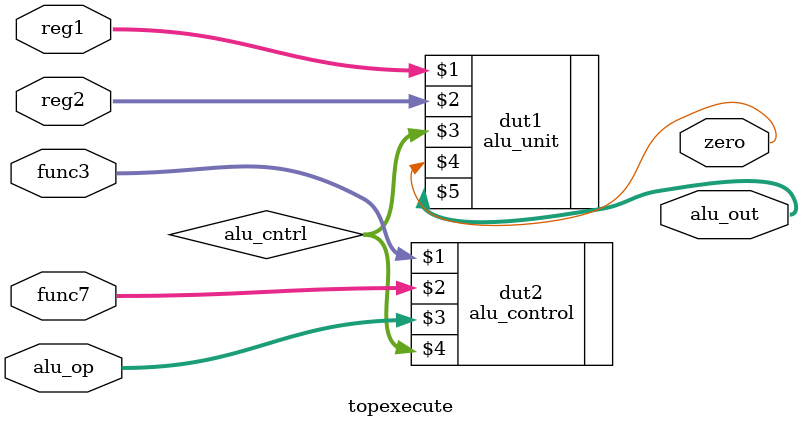
<source format=sv>
module topexecute(input logic [31:0]reg1,reg2,
    output logic [31:0] alu_out,output logic zero,input logic [2:0]func3,
    input logic [6:0]func7,input logic [1:0]alu_op
    );
    logic[3:0] alu_cntrl;
    alu_unit dut1(reg1,reg2,alu_cntrl,zero,alu_out);
    alu_control dut2(func3,func7,alu_op,alu_cntrl);
endmodule

</source>
